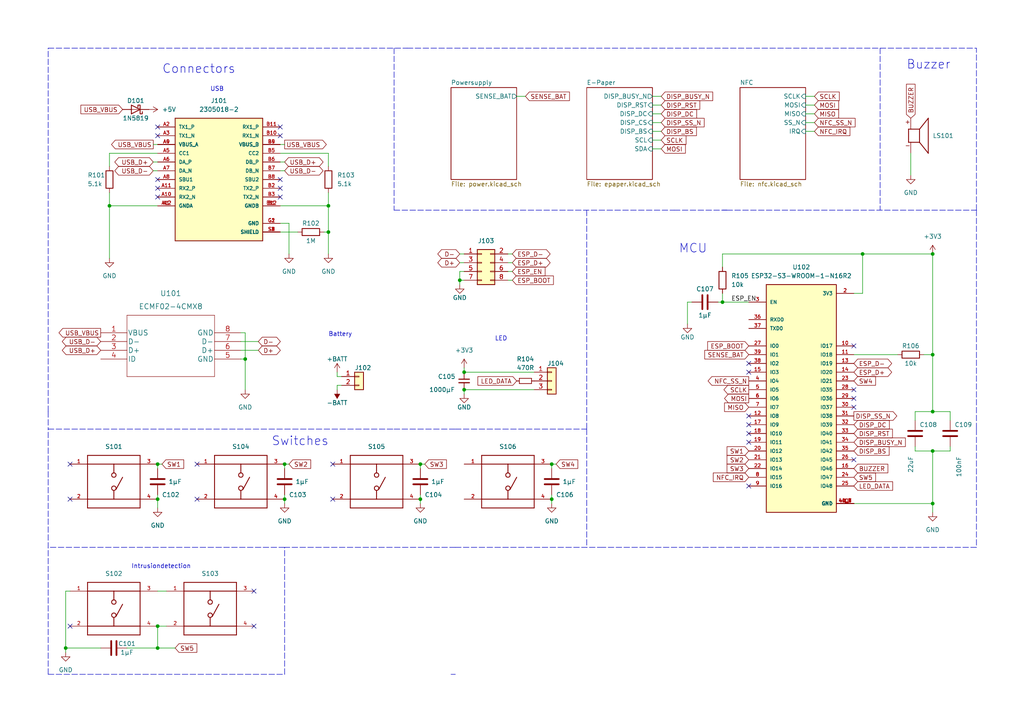
<source format=kicad_sch>
(kicad_sch (version 20211123) (generator eeschema)
  (paper "A4")
  (title_block (title "FabReader2") (date "2022-06-20") (rev "0.2") (company "RLKM UG (haftungsbeschränkt)") (comment 1 "Autoren: Joseph Langosch, Kai Kriegel"))
  (lib_symbols
    (symbol "2022-06-20_20-11-07:ECMF02-4CMX8" (pin_names (offset 0.254))
      (property "Reference" "U" (at 20.32 10.16 0))
      (property "Value" "ECMF02-4CMX8" (at 20.32 7.62 0))
      (symbol "ECMF02-4CMX8_1_1"
        (polyline (pts (xy 7.62 -12.7) (xy 33.02 -12.7)) (stroke (width 0.127)))
        (polyline (pts (xy 7.62 5.08) (xy 7.62 -12.7)) (stroke (width 0.127)))
        (polyline (pts (xy 33.02 -12.7) (xy 33.02 5.08)) (stroke (width 0.127)))
        (polyline (pts (xy 33.02 5.08) (xy 7.62 5.08)) (stroke (width 0.127)))
        (pin power_in line (at 0 0 0) (length 7.62) (name "VBUS") (number "1"))
        (pin bidirectional line (at 0 -2.54 0) (length 7.62) (name "D-") (number "2"))
        (pin bidirectional line (at 0 -5.08 0) (length 7.62) (name "D+") (number "3"))
        (pin unspecified line (at 0 -7.62 0) (length 7.62) (name "ID") (number "4"))
        (pin power_in line (at 40.64 -7.62 180) (length 7.62) (name "GND") (number "5"))
        (pin bidirectional line (at 40.64 -5.08 180) (length 7.62) (name "D+") (number "6"))
        (pin bidirectional line (at 40.64 -2.54 180) (length 7.62) (name "D-") (number "7"))
        (pin power_in line (at 40.64 0 180) (length 7.62) (name "GND") (number "8"))
      )
    )
    (symbol "2305018-2:2305018-2" (pin_names (offset 1.016))
      (property "Reference" "J" (at -12.7 18.0594 0))
      (property "Value" "2305018-2" (at -12.7 -20.3454 0))
      (symbol "2305018-2_0_0"
        (rectangle (start -12.7 -17.78) (end 12.7 17.78) (stroke (width 0.254)) (fill (type background)))
        (pin passive line (at -17.78 -7.62 0) (length 5.08) (name "GNDA") (number "A1"))
        (pin passive line (at -17.78 -5.08 0) (length 5.08) (name "RX2_N") (number "A10"))
        (pin passive line (at -17.78 -2.54 0) (length 5.08) (name "RX2_P") (number "A11"))
        (pin passive line (at -17.78 -7.62 0) (length 5.08) (name "GNDA") (number "A12"))
        (pin passive line (at -17.78 15.24 0) (length 5.08) (name "TX1_P") (number "A2"))
        (pin passive line (at -17.78 12.7 0) (length 5.08) (name "TX1_N") (number "A3"))
        (pin passive line (at -17.78 10.16 0) (length 5.08) (name "VBUS_A") (number "A4"))
        (pin passive line (at -17.78 7.62 0) (length 5.08) (name "CC1") (number "A5"))
        (pin passive line (at -17.78 5.08 0) (length 5.08) (name "DA_P") (number "A6"))
        (pin passive line (at -17.78 2.54 0) (length 5.08) (name "DA_N") (number "A7"))
        (pin passive line (at -17.78 0 0) (length 5.08) (name "SBU1") (number "A8"))
        (pin passive line (at -17.78 10.16 0) (length 5.08) (name "VBUS_A") (number "A9"))
        (pin passive line (at 17.78 -7.62 180) (length 5.08) (name "GNDB") (number "B1"))
        (pin passive line (at 17.78 12.7 180) (length 5.08) (name "RX1_N") (number "B10"))
        (pin passive line (at 17.78 15.24 180) (length 5.08) (name "RX1_P") (number "B11"))
        (pin passive line (at 17.78 -7.62 180) (length 5.08) (name "GNDB") (number "B12"))
        (pin passive line (at 17.78 -2.54 180) (length 5.08) (name "TX2_P") (number "B2"))
        (pin passive line (at 17.78 -5.08 180) (length 5.08) (name "TX2_N") (number "B3"))
        (pin passive line (at 17.78 10.16 180) (length 5.08) (name "VBUS_B") (number "B4"))
        (pin passive line (at 17.78 7.62 180) (length 5.08) (name "CC2") (number "B5"))
        (pin passive line (at 17.78 5.08 180) (length 5.08) (name "DB_P") (number "B6"))
        (pin passive line (at 17.78 2.54 180) (length 5.08) (name "DB_N") (number "B7"))
        (pin passive line (at 17.78 0 180) (length 5.08) (name "SBU2") (number "B8"))
        (pin passive line (at 17.78 10.16 180) (length 5.08) (name "VBUS_B") (number "B9"))
        (pin power_in line (at 17.78 -12.7 180) (length 5.08) (name "GND") (number "G1"))
        (pin power_in line (at 17.78 -12.7 180) (length 5.08) (name "GND") (number "G2"))
        (pin power_in line (at 17.78 -15.24 180) (length 5.08) (name "SHIELD") (number "S1"))
        (pin power_in line (at 17.78 -15.24 180) (length 5.08) (name "SHIELD") (number "S2"))
        (pin power_in line (at 17.78 -15.24 180) (length 5.08) (name "SHIELD") (number "S3"))
        (pin power_in line (at 17.78 -15.24 180) (length 5.08) (name "SHIELD") (number "S4"))
      )
    )
    (symbol "CMI-9705-0380-SMT-TR:CMI-9705-0380-SMT-TR" (pin_numbers hide) (pin_names (offset 1.016) hide)
      (property "Reference" "LS" (at -1.27 6.35 0))
      (property "Value" "CMI-9705-0380-SMT-TR" (at -1.27 -8.255 0))
      (symbol "CMI-9705-0380-SMT-TR_0_0"
        (polyline (pts (xy -3.175 -1.905) (xy -2.54 -1.905)) (stroke (width 0.254)))
        (polyline (pts (xy -3.175 1.905) (xy -3.175 -1.905)) (stroke (width 0.254)))
        (polyline (pts (xy -3.175 1.905) (xy -2.54 1.905)) (stroke (width 0.254)))
        (polyline (pts (xy -2.54 -2.54) (xy -2.54 -1.905)) (stroke (width 0.1524)))
        (polyline (pts (xy -2.54 -1.905) (xy 0 -1.905)) (stroke (width 0.254)))
        (polyline (pts (xy -2.54 1.905) (xy 0 1.905)) (stroke (width 0.254)))
        (polyline (pts (xy -2.54 2.54) (xy -2.54 1.905)) (stroke (width 0.1524)))
        (polyline (pts (xy 0 -1.905) (xy 0 1.905)) (stroke (width 0.254)))
        (polyline (pts (xy 0 -1.905) (xy 2.54 -5.08)) (stroke (width 0.254)))
        (polyline (pts (xy 0 1.905) (xy 2.54 5.08)) (stroke (width 0.254)))
        (polyline (pts (xy 2.54 -5.08) (xy 2.54 5.08)) (stroke (width 0.254)))
        (text "+" (at -4.318 3.302 0) (effects (font (size 1.27 1.27)) (justify left bottom)))
        (text "-" (at -4.318 -3.556 0) (effects (font (size 1.27 1.27)) (justify left bottom)))
        (pin passive line (at -2.54 -5.08 90) (length 2.54) (name "~") (number "N"))
        (pin passive line (at -2.54 5.08 270) (length 2.54) (name "~") (number "P"))
      )
    )
    (symbol "Connector_Generic:Conn_01x02" (pin_names (offset 1.016) hide)
      (property "Reference" "J" (at 0 2.54 0))
      (property "Value" "Conn_01x02" (at 0 -5.08 0))
      (symbol "Conn_01x02_1_1"
        (rectangle (start -1.27 -2.413) (end 0 -2.667) (stroke (width 0.1524)))
        (rectangle (start -1.27 0.127) (end 0 -0.127) (stroke (width 0.1524)))
        (rectangle (start -1.27 1.27) (end 1.27 -3.81) (stroke (width 0.254)) (fill (type background)))
        (pin passive line (at -5.08 0 0) (length 3.81) (name "Pin_1") (number "1"))
        (pin passive line (at -5.08 -2.54 0) (length 3.81) (name "Pin_2") (number "2"))
      )
    )
    (symbol "Connector_Generic:Conn_01x03" (pin_names (offset 1.016) hide)
      (property "Reference" "J" (at 0 5.08 0))
      (property "Value" "Conn_01x03" (at 0 -5.08 0))
      (symbol "Conn_01x03_1_1"
        (rectangle (start -1.27 -2.413) (end 0 -2.667) (stroke (width 0.1524)))
        (rectangle (start -1.27 0.127) (end 0 -0.127) (stroke (width 0.1524)))
        (rectangle (start -1.27 2.667) (end 0 2.413) (stroke (width 0.1524)))
        (rectangle (start -1.27 3.81) (end 1.27 -3.81) (stroke (width 0.254)) (fill (type background)))
        (pin passive line (at -5.08 2.54 0) (length 3.81) (name "Pin_1") (number "1"))
        (pin passive line (at -5.08 0 0) (length 3.81) (name "Pin_2") (number "2"))
        (pin passive line (at -5.08 -2.54 0) (length 3.81) (name "Pin_3") (number "3"))
      )
    )
    (symbol "Connector_Generic:Conn_02x04_Odd_Even" (pin_names (offset 1.016) hide)
      (property "Reference" "J" (at 1.27 5.08 0))
      (property "Value" "Conn_02x04_Odd_Even" (at 1.27 -7.62 0))
      (symbol "Conn_02x04_Odd_Even_1_1"
        (rectangle (start -1.27 -4.953) (end 0 -5.207) (stroke (width 0.1524)))
        (rectangle (start -1.27 -2.413) (end 0 -2.667) (stroke (width 0.1524)))
        (rectangle (start -1.27 0.127) (end 0 -0.127) (stroke (width 0.1524)))
        (rectangle (start -1.27 2.667) (end 0 2.413) (stroke (width 0.1524)))
        (rectangle (start -1.27 3.81) (end 3.81 -6.35) (stroke (width 0.254)) (fill (type background)))
        (rectangle (start 3.81 -4.953) (end 2.54 -5.207) (stroke (width 0.1524)))
        (rectangle (start 3.81 -2.413) (end 2.54 -2.667) (stroke (width 0.1524)))
        (rectangle (start 3.81 0.127) (end 2.54 -0.127) (stroke (width 0.1524)))
        (rectangle (start 3.81 2.667) (end 2.54 2.413) (stroke (width 0.1524)))
        (pin passive line (at -5.08 2.54 0) (length 3.81) (name "Pin_1") (number "1"))
        (pin passive line (at 7.62 2.54 180) (length 3.81) (name "Pin_2") (number "2"))
        (pin passive line (at -5.08 0 0) (length 3.81) (name "Pin_3") (number "3"))
        (pin passive line (at 7.62 0 180) (length 3.81) (name "Pin_4") (number "4"))
        (pin passive line (at -5.08 -2.54 0) (length 3.81) (name "Pin_5") (number "5"))
        (pin passive line (at 7.62 -2.54 180) (length 3.81) (name "Pin_6") (number "6"))
        (pin passive line (at -5.08 -5.08 0) (length 3.81) (name "Pin_7") (number "7"))
        (pin passive line (at 7.62 -5.08 180) (length 3.81) (name "Pin_8") (number "8"))
      )
    )
    (symbol "Device:C" (pin_numbers hide) (pin_names (offset 0.254))
      (property "Reference" "C" (at 0.635 2.54 0))
      (property "Value" "C" (at 0.635 -2.54 0))
      (symbol "C_0_1"
        (polyline (pts (xy -2.032 -0.762) (xy 2.032 -0.762)) (stroke (width 0.508)))
        (polyline (pts (xy -2.032 0.762) (xy 2.032 0.762)) (stroke (width 0.508)))
      )
      (symbol "C_1_1"
        (pin passive line (at 0 3.81 270) (length 2.794) (name "~") (number "1"))
        (pin passive line (at 0 -3.81 90) (length 2.794) (name "~") (number "2"))
      )
    )
    (symbol "Device:C_Small" (pin_numbers hide) (pin_names (offset 0.254) hide)
      (property "Reference" "C" (at 0.254 1.778 0))
      (property "Value" "C_Small" (at 0.254 -2.032 0))
      (symbol "C_Small_0_1"
        (polyline (pts (xy -1.524 -0.508) (xy 1.524 -0.508)) (stroke (width 0.3302)))
        (polyline (pts (xy -1.524 0.508) (xy 1.524 0.508)) (stroke (width 0.3048)))
      )
      (symbol "C_Small_1_1"
        (pin passive line (at 0 2.54 270) (length 2.032) (name "~") (number "1"))
        (pin passive line (at 0 -2.54 90) (length 2.032) (name "~") (number "2"))
      )
    )
    (symbol "Device:R" (pin_numbers hide) (pin_names (offset 0))
      (property "Reference" "R" (at 2.032 0 90))
      (property "Value" "R" (at 0 0 90))
      (symbol "R_0_1"
        (rectangle (start -1.016 -2.54) (end 1.016 2.54) (stroke (width 0.254)))
      )
      (symbol "R_1_1"
        (pin passive line (at 0 3.81 270) (length 1.27) (name "~") (number "1"))
        (pin passive line (at 0 -3.81 90) (length 1.27) (name "~") (number "2"))
      )
    )
    (symbol "Device:R_Small" (pin_numbers hide) (pin_names (offset 0.254) hide)
      (property "Reference" "R" (at 0.762 0.508 0))
      (property "Value" "R_Small" (at 0.762 -1.016 0))
      (symbol "R_Small_0_1"
        (rectangle (start -0.762 1.778) (end 0.762 -1.778) (stroke (width 0.2032)))
      )
      (symbol "R_Small_1_1"
        (pin passive line (at 0 2.54 270) (length 0.762) (name "~") (number "1"))
        (pin passive line (at 0 -2.54 90) (length 0.762) (name "~") (number "2"))
      )
    )
    (symbol "Diode:1N5819" (pin_numbers hide) (pin_names (offset 1.016) hide)
      (property "Reference" "D" (at 0 2.54 0))
      (property "Value" "1N5819" (at 0 -2.54 0))
      (symbol "1N5819_0_1"
        (polyline (pts (xy 1.27 0) (xy -1.27 0)))
        (polyline (pts (xy 1.27 1.27) (xy 1.27 -1.27) (xy -1.27 0) (xy 1.27 1.27)) (stroke (width 0.254)))
        (polyline (pts (xy -1.905 0.635) (xy -1.905 1.27) (xy -1.27 1.27) (xy -1.27 -1.27) (xy -0.635 -1.27) (xy -0.635 -0.635)) (stroke (width 0.254)))
      )
      (symbol "1N5819_1_1"
        (pin passive line (at -3.81 0 0) (length 2.54) (name "K") (number "1"))
        (pin passive line (at 3.81 0 180) (length 2.54) (name "A") (number "2"))
      )
    )
    (symbol "ESP32-S3-WROOM-1-N16R2:ESP32-S3-WROOM-1-N16R2" (pin_names (offset 1.016))
      (property "Reference" "U" (at -10.16 34.1122 0))
      (property "Value" "ESP32-S3-WROOM-1-N16R2" (at -10.16 -35.56 0))
      (symbol "ESP32-S3-WROOM-1-N16R2_0_0"
        (rectangle (start -10.16 -33.02) (end 10.16 33.02) (stroke (width 0.254)) (fill (type background)))
        (pin power_in line (at 15.24 -30.48 180) (length 5.08) (name "GND") (number "1"))
        (pin bidirectional line (at 15.24 15.24 180) (length 5.08) (name "IO17") (number "10"))
        (pin bidirectional line (at 15.24 12.7 180) (length 5.08) (name "IO18") (number "11"))
        (pin bidirectional line (at -15.24 -5.08 0) (length 5.08) (name "IO8") (number "12"))
        (pin bidirectional line (at 15.24 10.16 180) (length 5.08) (name "IO19") (number "13"))
        (pin bidirectional line (at 15.24 7.62 180) (length 5.08) (name "IO20") (number "14"))
        (pin bidirectional line (at -15.24 7.62 0) (length 5.08) (name "IO3") (number "15"))
        (pin bidirectional line (at 15.24 -20.32 180) (length 5.08) (name "IO46") (number "16"))
        (pin bidirectional line (at -15.24 -7.62 0) (length 5.08) (name "IO9") (number "17"))
        (pin bidirectional line (at -15.24 -10.16 0) (length 5.08) (name "IO10") (number "18"))
        (pin bidirectional line (at -15.24 -12.7 0) (length 5.08) (name "IO11") (number "19"))
        (pin power_in line (at 15.24 30.48 180) (length 5.08) (name "3V3") (number "2"))
        (pin bidirectional line (at -15.24 -15.24 0) (length 5.08) (name "IO12") (number "20"))
        (pin bidirectional line (at -15.24 -17.78 0) (length 5.08) (name "IO13") (number "21"))
        (pin bidirectional line (at -15.24 -20.32 0) (length 5.08) (name "IO14") (number "22"))
        (pin bidirectional line (at 15.24 5.08 180) (length 5.08) (name "IO21") (number "23"))
        (pin bidirectional line (at 15.24 -22.86 180) (length 5.08) (name "IO47") (number "24"))
        (pin bidirectional line (at 15.24 -25.4 180) (length 5.08) (name "IO48") (number "25"))
        (pin bidirectional line (at 15.24 -17.78 180) (length 5.08) (name "IO45") (number "26"))
        (pin bidirectional line (at -15.24 15.24 0) (length 5.08) (name "IO0") (number "27"))
        (pin bidirectional line (at 15.24 2.54 180) (length 5.08) (name "IO35") (number "28"))
        (pin bidirectional line (at 15.24 0 180) (length 5.08) (name "IO36") (number "29"))
        (pin input line (at -15.24 27.94 0) (length 5.08) (name "EN") (number "3"))
        (pin bidirectional line (at 15.24 -2.54 180) (length 5.08) (name "IO37") (number "30"))
        (pin bidirectional line (at 15.24 -5.08 180) (length 5.08) (name "IO38") (number "31"))
        (pin bidirectional line (at 15.24 -7.62 180) (length 5.08) (name "IO39") (number "32"))
        (pin bidirectional line (at 15.24 -10.16 180) (length 5.08) (name "IO40") (number "33"))
        (pin bidirectional line (at 15.24 -12.7 180) (length 5.08) (name "IO41") (number "34"))
        (pin bidirectional line (at 15.24 -15.24 180) (length 5.08) (name "IO42") (number "35"))
        (pin bidirectional line (at -15.24 22.86 0) (length 5.08) (name "RXD0") (number "36"))
        (pin bidirectional line (at -15.24 20.32 0) (length 5.08) (name "TXD0") (number "37"))
        (pin bidirectional line (at -15.24 10.16 0) (length 5.08) (name "IO2") (number "38"))
        (pin bidirectional line (at -15.24 12.7 0) (length 5.08) (name "IO1") (number "39"))
        (pin bidirectional line (at -15.24 5.08 0) (length 5.08) (name "IO4") (number "4"))
        (pin power_in line (at 15.24 -30.48 180) (length 5.08) (name "GND") (number "40"))
        (pin power_in line (at 15.24 -30.48 180) (length 5.08) (name "GND") (number "41_1"))
        (pin power_in line (at 15.24 -30.48 180) (length 5.08) (name "GND") (number "41_2"))
        (pin power_in line (at 15.24 -30.48 180) (length 5.08) (name "GND") (number "41_3"))
        (pin power_in line (at 15.24 -30.48 180) (length 5.08) (name "GND") (number "41_4"))
        (pin power_in line (at 15.24 -30.48 180) (length 5.08) (name "GND") (number "41_5"))
        (pin power_in line (at 15.24 -30.48 180) (length 5.08) (name "GND") (number "41_6"))
        (pin power_in line (at 15.24 -30.48 180) (length 5.08) (name "GND") (number "41_7"))
        (pin power_in line (at 15.24 -30.48 180) (length 5.08) (name "GND") (number "41_8"))
        (pin power_in line (at 15.24 -30.48 180) (length 5.08) (name "GND") (number "41_9"))
        (pin bidirectional line (at -15.24 2.54 0) (length 5.08) (name "IO5") (number "5"))
        (pin bidirectional line (at -15.24 0 0) (length 5.08) (name "IO6") (number "6"))
        (pin bidirectional line (at -15.24 -2.54 0) (length 5.08) (name "IO7") (number "7"))
        (pin bidirectional line (at -15.24 -22.86 0) (length 5.08) (name "IO15") (number "8"))
        (pin bidirectional line (at -15.24 -25.4 0) (length 5.08) (name "IO16") (number "9"))
      )
    )
    (symbol "TS04-66-95-BK-260-SMT:TS04-66-95-BK-260-SMT" (pin_names (offset 1.016) hide)
      (property "Reference" "S" (at -7.62 8.382 0))
      (property "Value" "TS04-66-95-BK-260-SMT" (at -7.62 -8.382 0))
      (symbol "TS04-66-95-BK-260-SMT_0_0"
        (circle (center 0 -1.905) (radius 0.635) (stroke (width 0.254)))
        (polyline (pts (xy -7.62 -7.62) (xy 7.62 -7.62)) (stroke (width 0.254)))
        (polyline (pts (xy -7.62 -5.08) (xy -7.62 -7.62)) (stroke (width 0.254)))
        (polyline (pts (xy -7.62 5.08) (xy -7.62 -5.08)) (stroke (width 0.254)))
        (polyline (pts (xy -7.62 7.62) (xy -7.62 5.08)) (stroke (width 0.254)))
        (polyline (pts (xy 0 -5.08) (xy -7.62 -5.08)) (stroke (width 0.254)))
        (polyline (pts (xy 0 -5.08) (xy 7.62 -5.08)) (stroke (width 0.254)))
        (polyline (pts (xy 0 -2.54) (xy 0 -5.08)) (stroke (width 0.254)))
        (polyline (pts (xy 0 5.08) (xy -7.62 5.08)) (stroke (width 0.254)))
        (polyline (pts (xy 0 5.08) (xy 0 2.54)) (stroke (width 0.254)))
        (polyline (pts (xy 0 5.08) (xy 7.62 5.08)) (stroke (width 0.254)))
        (polyline (pts (xy 0.635 -2.2352) (xy 2.54 1.27)) (stroke (width 0.254)))
        (polyline (pts (xy 7.62 -7.62) (xy 7.62 -5.08)) (stroke (width 0.254)))
        (polyline (pts (xy 7.62 -5.08) (xy 7.62 5.08)) (stroke (width 0.254)))
        (polyline (pts (xy 7.62 5.08) (xy 7.62 7.62)) (stroke (width 0.254)))
        (polyline (pts (xy 7.62 7.62) (xy -7.62 7.62)) (stroke (width 0.254)))
        (circle (center 0 1.905) (radius 0.635) (stroke (width 0.254)))
        (pin passive line (at -12.7 5.08 0) (length 5.08) (name "~") (number "1"))
        (pin passive line (at -12.7 -5.08 0) (length 5.08) (name "~") (number "2"))
        (pin passive line (at 12.7 5.08 180) (length 5.08) (name "~") (number "3"))
        (pin passive line (at 12.7 -5.08 180) (length 5.08) (name "~") (number "4"))
      )
    )
    (symbol "power:+3V3" (power) (pin_names (offset 0))
      (property "Value" "+3V3" (at 0 3.556 0))
      (symbol "+3V3_0_1"
        (polyline (pts (xy -0.762 1.27) (xy 0 2.54)))
        (polyline (pts (xy 0 0) (xy 0 2.54)))
        (polyline (pts (xy 0 2.54) (xy 0.762 1.27)))
      )
      (symbol "+3V3_1_1"
        (pin power_in line (at 0 0 90) (length 0) hide (name "+3V3") (number "1"))
      )
    )
    (symbol "power:+5V" (power) (pin_names (offset 0))
      (property "Value" "+5V" (at 0 3.556 0))
      (symbol "+5V_0_1"
        (polyline (pts (xy -0.762 1.27) (xy 0 2.54)))
        (polyline (pts (xy 0 0) (xy 0 2.54)))
        (polyline (pts (xy 0 2.54) (xy 0.762 1.27)))
      )
      (symbol "+5V_1_1"
        (pin power_in line (at 0 0 90) (length 0) hide (name "+5V") (number "1"))
      )
    )
    (symbol "power:+BATT" (power) (pin_names (offset 0))
      (property "Value" "+BATT" (at 0 3.556 0))
      (symbol "+BATT_0_1"
        (polyline (pts (xy -0.762 1.27) (xy 0 2.54)))
        (polyline (pts (xy 0 0) (xy 0 2.54)))
        (polyline (pts (xy 0 2.54) (xy 0.762 1.27)))
      )
      (symbol "+BATT_1_1"
        (pin power_in line (at 0 0 90) (length 0) hide (name "+BATT") (number "1"))
      )
    )
    (symbol "power:-BATT" (power) (pin_names (offset 0))
      (property "Value" "-BATT" (at 0 3.556 0))
      (symbol "-BATT_0_1"
        (polyline (pts (xy 0 0) (xy 0 2.54)))
        (polyline (pts (xy 0.762 1.27) (xy -0.762 1.27) (xy 0 2.54) (xy 0.762 1.27)) (fill (type outline)))
      )
      (symbol "-BATT_1_1"
        (pin power_in line (at 0 0 90) (length 0) hide (name "-BATT") (number "1"))
      )
    )
    (symbol "power:GND" (power) (pin_names (offset 0))
      (property "Value" "GND" (at 0 -3.81 0))
      (symbol "GND_0_1"
        (polyline (pts (xy 0 0) (xy 0 -1.27) (xy 1.27 -1.27) (xy 0 -2.54) (xy -1.27 -1.27) (xy 0 -1.27)))
      )
      (symbol "GND_1_1"
        (pin power_in line (at 0 0 270) (length 0) hide (name "GND") (number "1"))
      )
    )
  )
  (junction (at 82.55 134.62))
  (junction (at 45.72 187.96))
  (junction (at 45.72 181.61))
  (junction (at 19.05 187.96))
  (junction (at 250.19 73.66))
  (junction (at 209.55 87.63))
  (junction (at 82.55 144.78))
  (junction (at 121.92 144.78))
  (junction (at 134.62 107.95))
  (junction (at 133.35 81.28))
  (junction (at 270.51 119.38))
  (junction (at 31.75 59.69))
  (junction (at 95.25 59.69))
  (junction (at 160.02 134.62))
  (junction (at 95.25 67.31))
  (junction (at 71.12 104.14))
  (junction (at 121.92 134.62))
  (junction (at 270.51 73.66))
  (junction (at 45.72 144.78))
  (junction (at 270.51 146.05))
  (junction (at 270.51 130.81))
  (junction (at 270.51 102.87))
  (junction (at 45.72 134.62))
  (junction (at 160.02 144.78))
  (junction (at 134.62 113.03))
  (no_connect (at 45.72 54.61))
  (no_connect (at 57.15 144.78))
  (no_connect (at 73.66 171.45))
  (no_connect (at 73.66 181.61))
  (no_connect (at 96.52 144.78))
  (no_connect (at 20.32 181.61))
  (no_connect (at 45.72 36.83))
  (no_connect (at 81.28 36.83))
  (no_connect (at 81.28 52.07))
  (no_connect (at 81.28 54.61))
  (no_connect (at 81.28 57.15))
  (no_connect (at 20.32 144.78))
  (no_connect (at 45.72 39.37))
  (no_connect (at 20.32 134.62))
  (no_connect (at 217.17 107.95))
  (no_connect (at 217.17 128.27))
  (no_connect (at 217.17 140.97))
  (no_connect (at 96.52 134.62))
  (no_connect (at 57.15 134.62))
  (no_connect (at 217.17 120.65))
  (no_connect (at 217.17 125.73))
  (no_connect (at 45.72 52.07))
  (no_connect (at 247.65 100.33))
  (no_connect (at 247.65 133.35))
  (no_connect (at 247.65 118.11))
  (no_connect (at 247.65 115.57))
  (no_connect (at 247.65 113.03))
  (no_connect (at 217.17 105.41))
  (no_connect (at 45.72 57.15))
  (no_connect (at 217.17 123.19))
  (no_connect (at 81.28 39.37))
  (wire (pts (xy 160.02 134.62) (xy 160.02 135.89)))
  (wire (pts (xy 44.45 49.53) (xy 45.72 49.53)))
  (wire (pts (xy 82.55 144.78) (xy 82.55 146.05)))
  (wire (pts (xy 189.23 43.18) (xy 191.77 43.18)))
  (wire (pts (xy 99.06 109.22) (xy 97.79 109.22)))
  (wire (pts (xy 82.55 134.62) (xy 83.82 134.62)))
  (wire (pts (xy 19.05 187.96) (xy 19.05 171.45)))
  (wire (pts (xy 209.55 73.66) (xy 250.19 73.66)))
  (wire (pts (xy 264.16 44.45) (xy 264.16 50.8)))
  (polyline (pts (xy 82.55 158.75) (xy 82.55 158.75)))
  (wire (pts (xy 121.92 134.62) (xy 121.92 135.89)))
  (wire (pts (xy 45.72 187.96) (xy 50.8 187.96)))
  (polyline (pts (xy 13.97 119.38) (xy 13.97 13.97)))
  (wire (pts (xy 95.25 48.26) (xy 95.25 44.45)))
  (wire (pts (xy 270.51 130.81) (xy 270.51 146.05)))
  (wire (pts (xy 69.85 104.14) (xy 71.12 104.14)))
  (wire (pts (xy 134.62 78.74) (xy 133.35 78.74)))
  (wire (pts (xy 233.68 27.94) (xy 236.22 27.94)))
  (polyline (pts (xy 195.58 60.96) (xy 210.82 60.96)))
  (wire (pts (xy 267.97 102.87) (xy 270.51 102.87)))
  (wire (pts (xy 149.86 27.94) (xy 152.4 27.94)))
  (wire (pts (xy 189.23 40.64) (xy 191.77 40.64)))
  (wire (pts (xy 233.68 38.1) (xy 236.22 38.1)))
  (wire (pts (xy 160.02 143.51) (xy 160.02 144.78)))
  (wire (pts (xy 189.23 35.56) (xy 191.77 35.56)))
  (wire (pts (xy 147.32 76.2) (xy 148.59 76.2)))
  (wire (pts (xy 160.02 134.62) (xy 161.29 134.62)))
  (polyline (pts (xy 170.18 60.96) (xy 170.18 124.46)))
  (wire (pts (xy 160.02 146.05) (xy 160.02 144.78)))
  (polyline (pts (xy 255.27 13.97) (xy 255.27 60.96)))
  (wire (pts (xy 121.92 143.51) (xy 121.92 144.78)))
  (wire (pts (xy 45.72 44.45) (xy 31.75 44.45)))
  (wire (pts (xy 147.32 73.66) (xy 148.59 73.66)))
  (wire (pts (xy 31.75 44.45) (xy 31.75 48.26)))
  (wire (pts (xy 133.35 73.66) (xy 134.62 73.66)))
  (polyline (pts (xy 13.97 195.58) (xy 13.97 124.46)))
  (wire (pts (xy 265.43 130.81) (xy 270.51 130.81)))
  (wire (pts (xy 209.55 77.47) (xy 209.55 73.66)))
  (wire (pts (xy 209.55 85.09) (xy 209.55 87.63)))
  (wire (pts (xy 270.51 130.81) (xy 275.59 130.81)))
  (wire (pts (xy 69.85 101.6) (xy 74.93 101.6)))
  (wire (pts (xy 83.82 64.77) (xy 81.28 64.77)))
  (polyline (pts (xy 209.55 60.96) (xy 210.82 60.96)))
  (wire (pts (xy 189.23 38.1) (xy 191.77 38.1)))
  (wire (pts (xy 270.51 146.05) (xy 270.51 148.59)))
  (polyline (pts (xy 283.21 60.96) (xy 283.21 124.46)))
  (wire (pts (xy 147.32 81.28) (xy 148.59 81.28)))
  (wire (pts (xy 83.82 73.66) (xy 83.82 64.77)))
  (wire (pts (xy 31.75 59.69) (xy 45.72 59.69)))
  (wire (pts (xy 275.59 130.81) (xy 275.59 129.54)))
  (wire (pts (xy 31.75 55.88) (xy 31.75 59.69)))
  (wire (pts (xy 19.05 171.45) (xy 20.32 171.45)))
  (wire (pts (xy 71.12 104.14) (xy 71.12 113.03)))
  (wire (pts (xy 133.35 78.74) (xy 133.35 81.28)))
  (wire (pts (xy 45.72 181.61) (xy 48.26 181.61)))
  (wire (pts (xy 209.55 87.63) (xy 217.17 87.63)))
  (wire (pts (xy 69.85 99.06) (xy 74.93 99.06)))
  (wire (pts (xy 270.51 119.38) (xy 275.59 119.38)))
  (polyline (pts (xy 283.21 158.75) (xy 173.99 158.75)))
  (wire (pts (xy 81.28 44.45) (xy 95.25 44.45)))
  (polyline (pts (xy 13.97 13.97) (xy 118.11 13.97)))
  (wire (pts (xy 134.62 107.95) (xy 154.94 107.95)))
  (polyline (pts (xy 13.97 195.58) (xy 82.55 195.58)))
  (polyline (pts (xy 130.81 195.58) (xy 132.08 195.58)))
  (wire (pts (xy 95.25 59.69) (xy 95.25 67.31)))
  (wire (pts (xy 45.72 134.62) (xy 45.72 135.89)))
  (wire (pts (xy 97.79 111.76) (xy 97.79 113.03)))
  (wire (pts (xy 199.39 87.63) (xy 200.66 87.63)))
  (polyline (pts (xy 82.55 195.58) (xy 82.55 158.75)))
  (wire (pts (xy 265.43 119.38) (xy 270.51 119.38)))
  (wire (pts (xy 121.92 146.05) (xy 121.92 144.78)))
  (wire (pts (xy 95.25 55.88) (xy 95.25 59.69)))
  (wire (pts (xy 189.23 27.94) (xy 191.77 27.94)))
  (wire (pts (xy 233.68 30.48) (xy 236.22 30.48)))
  (wire (pts (xy 45.72 144.78) (xy 45.72 147.32)))
  (wire (pts (xy 265.43 121.92) (xy 265.43 119.38)))
  (wire (pts (xy 81.28 46.99) (xy 82.55 46.99)))
  (wire (pts (xy 199.39 93.98) (xy 199.39 87.63)))
  (wire (pts (xy 45.72 134.62) (xy 46.99 134.62)))
  (polyline (pts (xy 132.08 158.75) (xy 82.55 158.75)))
  (polyline (pts (xy 118.11 13.97) (xy 283.21 13.97)))
  (wire (pts (xy 81.28 59.69) (xy 95.25 59.69)))
  (polyline (pts (xy 283.21 60.96) (xy 283.21 13.97)))
  (wire (pts (xy 44.45 46.99) (xy 45.72 46.99)))
  (wire (pts (xy 44.45 41.91) (xy 45.72 41.91)))
  (wire (pts (xy 82.55 134.62) (xy 82.55 135.89)))
  (polyline (pts (xy 13.97 119.38) (xy 13.97 124.46)))
  (wire (pts (xy 247.65 146.05) (xy 270.51 146.05)))
  (wire (pts (xy 69.85 96.52) (xy 71.12 96.52)))
  (wire (pts (xy 270.51 73.66) (xy 270.51 102.87)))
  (wire (pts (xy 250.19 73.66) (xy 270.51 73.66)))
  (wire (pts (xy 81.28 49.53) (xy 82.55 49.53)))
  (wire (pts (xy 250.19 85.09) (xy 247.65 85.09)))
  (polyline (pts (xy 283.21 124.46) (xy 283.21 158.75)))
  (wire (pts (xy 134.62 114.3) (xy 134.62 113.03)))
  (polyline (pts (xy 114.3 124.46) (xy 132.08 124.46)))
  (wire (pts (xy 233.68 35.56) (xy 236.22 35.56)))
  (polyline (pts (xy 13.97 124.46) (xy 114.3 124.46)))
  (wire (pts (xy 19.05 189.23) (xy 19.05 187.96)))
  (wire (pts (xy 121.92 134.62) (xy 123.19 134.62)))
  (wire (pts (xy 189.23 30.48) (xy 191.77 30.48)))
  (polyline (pts (xy 114.3 13.97) (xy 114.3 60.96)))
  (wire (pts (xy 265.43 129.54) (xy 265.43 130.81)))
  (wire (pts (xy 81.28 67.31) (xy 86.36 67.31)))
  (wire (pts (xy 45.72 181.61) (xy 45.72 187.96)))
  (wire (pts (xy 133.35 81.28) (xy 134.62 81.28)))
  (wire (pts (xy 250.19 73.66) (xy 250.19 85.09)))
  (wire (pts (xy 97.79 109.22) (xy 97.79 107.95)))
  (wire (pts (xy 82.55 143.51) (xy 82.55 144.78)))
  (wire (pts (xy 270.51 102.87) (xy 270.51 119.38)))
  (wire (pts (xy 189.23 33.02) (xy 191.77 33.02)))
  (wire (pts (xy 31.75 59.69) (xy 31.75 74.93)))
  (wire (pts (xy 19.05 187.96) (xy 29.21 187.96)))
  (polyline (pts (xy 210.82 60.96) (xy 283.21 60.96)))
  (polyline (pts (xy 170.18 124.46) (xy 170.18 158.75)))
  (wire (pts (xy 134.62 107.95) (xy 134.62 106.68)))
  (polyline (pts (xy 114.3 60.96) (xy 195.58 60.96)))
  (wire (pts (xy 233.68 33.02) (xy 236.22 33.02)))
  (wire (pts (xy 275.59 121.92) (xy 275.59 119.38)))
  (wire (pts (xy 147.32 78.74) (xy 148.59 78.74)))
  (wire (pts (xy 36.83 187.96) (xy 45.72 187.96)))
  (wire (pts (xy 45.72 171.45) (xy 48.26 171.45)))
  (polyline (pts (xy 132.08 124.46) (xy 170.18 124.46)))
  (wire (pts (xy 45.72 143.51) (xy 45.72 144.78)))
  (wire (pts (xy 99.06 111.76) (xy 97.79 111.76)))
  (wire (pts (xy 133.35 76.2) (xy 134.62 76.2)))
  (wire (pts (xy 208.28 87.63) (xy 209.55 87.63)))
  (polyline (pts (xy 82.55 158.75) (xy 13.97 158.75)))
  (wire (pts (xy 95.25 67.31) (xy 95.25 73.66)))
  (polyline (pts (xy 132.08 158.75) (xy 173.99 158.75)))
  (wire (pts (xy 71.12 96.52) (xy 71.12 104.14)))
  (wire (pts (xy 134.62 113.03) (xy 154.94 113.03)))
  (wire (pts (xy 260.35 102.87) (xy 247.65 102.87)))
  (wire (pts (xy 133.35 82.55) (xy 133.35 81.28)))
  (wire (pts (xy 81.28 41.91) (xy 82.55 41.91)))
  (wire (pts (xy 93.98 67.31) (xy 95.25 67.31)))
  (text "Buzzer" (at 262.89 20.32 0) (effects (font (size 2.54 2.54)) (justify left bottom)))
  (text "LED" (at 143.51 99.06 0) (effects (font (size 1.27 1.27)) (justify left bottom)))
  (text "USB" (at 60.96 26.67 0) (effects (font (size 1.27 1.27)) (justify left bottom)))
  (text "Battery" (at 95.25 97.79 0) (effects (font (size 1.27 1.27)) (justify left bottom)))
  (text "Intrusiondetection" (at 38.1 165.1 0) (effects (font (size 1.27 1.27)) (justify left bottom)))
  (text "Connectors" (at 46.99 21.59 0) (effects (font (size 2.54 2.54)) (justify left bottom)))
  (text "MCU" (at 196.85 73.66 0) (effects (font (size 2.54 2.54)) (justify left bottom)))
  (text "Switches" (at 78.74 129.54 0) (effects (font (size 2.54 2.54)) (justify left bottom)))
  (label "ESP_EN" (at 212.09 87.63 0))
  (global_label "SCLK" (shape input) (at 236.22 27.94 0) (property "Intersheet References" "${INTERSHEET_REFS}" (effects hide)))
  (global_label "SENSE_BAT" (shape input) (at 152.4 27.94 0) (property "Intersheet References" "${INTERSHEET_REFS}" (effects hide)))
  (global_label "ESP_EN" (shape input) (at 148.59 78.74 0) (property "Intersheet References" "${INTERSHEET_REFS}" (effects hide)))
  (global_label "DISP_SS_N" (shape output) (at 247.65 120.65 0) (property "Intersheet References" "${INTERSHEET_REFS}" (effects hide)))
  (global_label "SCLK" (shape output) (at 217.17 113.03 180) (property "Intersheet References" "${INTERSHEET_REFS}" (effects hide)))
  (global_label "SW3" (shape input) (at 123.19 134.62 0) (property "Intersheet References" "${INTERSHEET_REFS}" (effects hide)))
  (global_label "ESP_D+" (shape bidirectional) (at 148.59 76.2 0) (property "Intersheet References" "${INTERSHEET_REFS}" (effects hide)))
  (global_label "SW2" (shape input) (at 217.17 133.35 180) (property "Intersheet References" "${INTERSHEET_REFS}" (effects hide)))
  (global_label "USB_VBUS" (shape output) (at 44.45 41.91 180) (property "Intersheet References" "${INTERSHEET_REFS}" (effects hide)))
  (global_label "USB_D+" (shape bidirectional) (at 82.55 46.99 0) (property "Intersheet References" "${INTERSHEET_REFS}" (effects hide)))
  (global_label "DISP_RST" (shape input) (at 247.65 125.73 0) (property "Intersheet References" "${INTERSHEET_REFS}" (effects hide)))
  (global_label "SW4" (shape input) (at 247.65 110.49 0) (property "Intersheet References" "${INTERSHEET_REFS}" (effects hide)))
  (global_label "SW5" (shape input) (at 50.8 187.96 0) (property "Intersheet References" "${INTERSHEET_REFS}" (effects hide)))
  (global_label "DISP_DC" (shape input) (at 191.77 33.02 0) (property "Intersheet References" "${INTERSHEET_REFS}" (effects hide)))
  (global_label "SW5" (shape input) (at 247.65 138.43 0) (property "Intersheet References" "${INTERSHEET_REFS}" (effects hide)))
  (global_label "MOSI" (shape output) (at 217.17 115.57 180) (property "Intersheet References" "${INTERSHEET_REFS}" (effects hide)))
  (global_label "USB_VBUS" (shape output) (at 29.21 96.52 180) (property "Intersheet References" "${INTERSHEET_REFS}" (effects hide)))
  (global_label "SW4" (shape input) (at 161.29 134.62 0) (property "Intersheet References" "${INTERSHEET_REFS}" (effects hide)))
  (global_label "DISP_DC" (shape input) (at 247.65 123.19 0) (property "Intersheet References" "${INTERSHEET_REFS}" (effects hide)))
  (global_label "NFC_SS_N" (shape input) (at 236.22 35.56 0) (property "Intersheet References" "${INTERSHEET_REFS}" (effects hide)))
  (global_label "SW3" (shape input) (at 217.17 135.89 180) (property "Intersheet References" "${INTERSHEET_REFS}" (effects hide)))
  (global_label "LED_DATA" (shape input) (at 247.65 140.97 0) (property "Intersheet References" "${INTERSHEET_REFS}" (effects hide)))
  (global_label "DISP_BUSY_N" (shape input) (at 247.65 128.27 0) (property "Intersheet References" "${INTERSHEET_REFS}" (effects hide)))
  (global_label "NFC_SS_N" (shape output) (at 217.17 110.49 180) (property "Intersheet References" "${INTERSHEET_REFS}" (effects hide)))
  (global_label "MOSI" (shape input) (at 191.77 43.18 0) (property "Intersheet References" "${INTERSHEET_REFS}" (effects hide)))
  (global_label "ESP_D-" (shape bidirectional) (at 148.59 73.66 0) (property "Intersheet References" "${INTERSHEET_REFS}" (effects hide)))
  (global_label "BUZZER" (shape input) (at 247.65 135.89 0) (property "Intersheet References" "${INTERSHEET_REFS}" (effects hide)))
  (global_label "D+" (shape bidirectional) (at 74.93 101.6 0) (property "Intersheet References" "${INTERSHEET_REFS}" (effects hide)))
  (global_label "DISP_BS" (shape input) (at 191.77 38.1 0) (property "Intersheet References" "${INTERSHEET_REFS}" (effects hide)))
  (global_label "DISP_BS" (shape input) (at 247.65 130.81 0) (property "Intersheet References" "${INTERSHEET_REFS}" (effects hide)))
  (global_label "SENSE_BAT" (shape input) (at 217.17 102.87 180) (property "Intersheet References" "${INTERSHEET_REFS}" (effects hide)))
  (global_label "NFC_IRQ" (shape input) (at 236.22 38.1 0) (property "Intersheet References" "${INTERSHEET_REFS}" (effects hide)))
  (global_label "USB_D-" (shape bidirectional) (at 82.55 49.53 0) (property "Intersheet References" "${INTERSHEET_REFS}" (effects hide)))
  (global_label "LED_DATA" (shape input) (at 149.86 110.49 180) (property "Intersheet References" "${INTERSHEET_REFS}" (effects hide)))
  (global_label "DISP_BUSY_N" (shape input) (at 191.77 27.94 0) (property "Intersheet References" "${INTERSHEET_REFS}" (effects hide)))
  (global_label "ESP_BOOT" (shape input) (at 148.59 81.28 0) (property "Intersheet References" "${INTERSHEET_REFS}" (effects hide)))
  (global_label "DISP_SS_N" (shape input) (at 191.77 35.56 0) (property "Intersheet References" "${INTERSHEET_REFS}" (effects hide)))
  (global_label "MOSI" (shape input) (at 236.22 30.48 0) (property "Intersheet References" "${INTERSHEET_REFS}" (effects hide)))
  (global_label "ESP_D-" (shape bidirectional) (at 247.65 105.41 0) (property "Intersheet References" "${INTERSHEET_REFS}" (effects hide)))
  (global_label "D-" (shape bidirectional) (at 133.35 73.66 180) (property "Intersheet References" "${INTERSHEET_REFS}" (effects hide)))
  (global_label "USB_VBUS" (shape input) (at 35.56 31.75 180) (property "Intersheet References" "${INTERSHEET_REFS}" (effects hide)))
  (global_label "NFC_IRQ" (shape input) (at 217.17 138.43 180) (property "Intersheet References" "${INTERSHEET_REFS}" (effects hide)))
  (global_label "BUZZER" (shape input) (at 264.16 34.29 90) (property "Intersheet References" "${INTERSHEET_REFS}" (effects hide)))
  (global_label "DISP_RST" (shape input) (at 191.77 30.48 0) (property "Intersheet References" "${INTERSHEET_REFS}" (effects hide)))
  (global_label "MISO" (shape input) (at 217.17 118.11 180) (property "Intersheet References" "${INTERSHEET_REFS}" (effects hide)))
  (global_label "USB_D-" (shape bidirectional) (at 29.21 99.06 180) (property "Intersheet References" "${INTERSHEET_REFS}" (effects hide)))
  (global_label "D-" (shape bidirectional) (at 74.93 99.06 0) (property "Intersheet References" "${INTERSHEET_REFS}" (effects hide)))
  (global_label "USB_D-" (shape bidirectional) (at 44.45 49.53 180) (property "Intersheet References" "${INTERSHEET_REFS}" (effects hide)))
  (global_label "USB_VBUS" (shape output) (at 82.55 41.91 0) (property "Intersheet References" "${INTERSHEET_REFS}" (effects hide)))
  (global_label "MISO" (shape input) (at 236.22 33.02 0) (property "Intersheet References" "${INTERSHEET_REFS}" (effects hide)))
  (global_label "SW1" (shape input) (at 217.17 130.81 180) (property "Intersheet References" "${INTERSHEET_REFS}" (effects hide)))
  (global_label "ESP_BOOT" (shape input) (at 217.17 100.33 180) (property "Intersheet References" "${INTERSHEET_REFS}" (effects hide)))
  (global_label "USB_D+" (shape bidirectional) (at 44.45 46.99 180) (property "Intersheet References" "${INTERSHEET_REFS}" (effects hide)))
  (global_label "D+" (shape bidirectional) (at 133.35 76.2 180) (property "Intersheet References" "${INTERSHEET_REFS}" (effects hide)))
  (global_label "USB_D+" (shape bidirectional) (at 29.21 101.6 180) (property "Intersheet References" "${INTERSHEET_REFS}" (effects hide)))
  (global_label "SW1" (shape input) (at 46.99 134.62 0) (property "Intersheet References" "${INTERSHEET_REFS}" (effects hide)))
  (global_label "SW2" (shape input) (at 83.82 134.62 0) (property "Intersheet References" "${INTERSHEET_REFS}" (effects hide)))
  (global_label "ESP_D+" (shape bidirectional) (at 247.65 107.95 0) (property "Intersheet References" "${INTERSHEET_REFS}" (effects hide)))
  (global_label "SCLK" (shape input) (at 191.77 40.64 0) (property "Intersheet References" "${INTERSHEET_REFS}" (effects hide)))
  (symbol (lib_id "power:GND") (at 83.82 73.66 0) (unit 1)
    (property "Reference" "#PWR0107" (effects hide))
    (property "Value" "GND" (at 83.82 78.74 0))
  )
  (symbol (lib_id "Device:R") (at 209.55 81.28 180) (unit 1)
    (property "Reference" "R105" (at 212.09 80.0099 0) (effects (justify right)))
    (property "Value" "10k" (at 212.09 82.5499 0) (effects (justify right)))
    (property "Footprint" "Resistor_SMD:R_0402_1005Metric" (effects hide))
    (property "Datasheet" "https://datasheet.lcsc.com/lcsc/1810241324_YAGEO-AC0402FR-0710KL_C144807.pdf" (effects hide))
    (property "MANUFACTURER" "YAGEO" (effects hide))
    (property "MPN" "RC0402JR-071KL" (effects hide))
  )
  (symbol (lib_id "power:+3V3") (at 270.51 73.66 0) (unit 1)
    (property "Reference" "#PWR0118" (effects hide))
    (property "Value" "+3V3" (at 270.51 68.58 0))
  )
  (symbol (lib_id "Device:R") (at 90.17 67.31 90) (unit 1)
    (property "Reference" "R102" (at 90.17 64.77 90))
    (property "Value" "1M" (at 90.17 69.85 90))
    (property "Footprint" "Resistor_SMD:R_0402_1005Metric" (effects hide))
    (property "Datasheet" "https://datasheet.lcsc.com/lcsc/1810241325_YAGEO-AC0402FR-071ML_C144787.pdf" (effects hide))
    (property "MANUFACTURER" "YAGEO" (effects hide))
    (property "MPN" "AC0402FR-071ML" (effects hide))
  )
  (symbol (lib_id "Device:C") (at 265.43 125.73 0) (unit 1)
    (property "Reference" "C108" (at 266.7 123.19 0) (effects (justify left)))
    (property "Value" "22uF" (at 264.16 137.16 90) (effects (justify left)))
    (property "Footprint" "Capacitor_SMD:C_0402_1005Metric" (effects hide))
    (property "Datasheet" "https://datasheet.lcsc.com/lcsc/1912111437_Murata-Electronics-GRM155R60J226ME11D_C415703.pdf" (effects hide))
    (property "MANUFACTURER" "Murata Electronics" (effects hide))
    (property "MPN" "GRM155R60J226ME11D" (effects hide))
    (property "Type" "X5R" (effects hide))
  )
  (symbol (lib_id "power:GND") (at 19.05 189.23 0) (unit 1)
    (property "Reference" "#PWR0101" (effects hide))
    (property "Value" "GND" (at 19.05 194.31 0))
  )
  (symbol (lib_id "power:GND") (at 82.55 146.05 0) (mirror y) (unit 1)
    (property "Reference" "#PWR0106" (effects hide))
    (property "Value" "GND" (at 82.55 151.13 0))
  )
  (symbol (lib_id "Device:R") (at 31.75 52.07 180) (unit 1)
    (property "Reference" "R101" (at 25.4 50.8 0) (effects (justify right)))
    (property "Value" "5.1k" (at 25.4 53.34 0) (effects (justify right)))
    (property "Footprint" "Resistor_SMD:R_0402_1005Metric" (effects hide))
    (property "Datasheet" "https://datasheet.lcsc.com/lcsc/1809201112_YAGEO-RC0402FR-075K1L_C105872.pdf" (effects hide))
    (property "MANUFACTURER" "YAGEO" (effects hide))
    (property "MPN" "RC0402FR-075K1L" (effects hide))
  )
  (symbol (lib_id "Device:C") (at 45.72 139.7 180) (unit 1)
    (property "Reference" "C102" (at 49.53 143.51 0))
    (property "Value" "1µF" (at 50.8 139.7 0))
    (property "Footprint" "Capacitor_SMD:C_0402_1005Metric" (effects hide))
    (property "Datasheet" "https://datasheet.lcsc.com/lcsc/1811081616_Murata-Electronics-GRM155R61E105KA12D_C77009.pdf" (effects hide))
    (property "MANUFACTURER" "Murata Electronics" (effects hide))
    (property "MPN" "GRM155R61E105KA12D" (effects hide))
    (property "Type" "X5R" (effects hide))
  )
  (symbol (lib_id "Device:C") (at 275.59 125.73 0) (unit 1)
    (property "Reference" "C109" (at 276.86 123.19 0) (effects (justify left)))
    (property "Value" "100nF" (at 278.13 138.43 90) (effects (justify left)))
    (property "Footprint" "Capacitor_SMD:C_0402_1005Metric" (effects hide))
    (property "Datasheet" "https://datasheet.lcsc.com/lcsc/2006151134_YAGEO-CC0402KRX5R5BB104_C541405.pdf" (effects hide))
    (property "MANUFACTURER" "YAGEO" (effects hide))
    (property "MPN" "CC0402KRX5R5BB104" (effects hide))
    (property "Type" "X5R" (effects hide))
  )
  (symbol (lib_id "Device:C") (at 33.02 187.96 90) (unit 1)
    (property "Reference" "C101" (at 36.83 186.69 90))
    (property "Value" "1µF" (at 36.83 189.23 90))
    (property "Footprint" "Capacitor_SMD:C_0402_1005Metric" (effects hide))
    (property "Datasheet" "https://datasheet.lcsc.com/lcsc/1811081616_Murata-Electronics-GRM155R61E105KA12D_C77009.pdf" (effects hide))
    (property "MANUFACTURER" "Murata Electronics" (effects hide))
    (property "MPN" "GRM155R61E105KA12D" (effects hide))
    (property "Type" "X5R" (effects hide))
  )
  (symbol (lib_id "Connector_Generic:Conn_01x02") (at 104.14 109.22 0) (unit 1)
    (property "Reference" "J102" (at 102.87 106.68 0) (effects (justify left)))
    (property "Value" "Conn_01x02" (effects hide))
    (property "Footprint" "Connector_JST:JST_PH_S2B-PH-SM4-TB_1x02-1MP_P2.00mm_Horizontal" (effects hide))
    (property "Datasheet" "https://datasheet.lcsc.com/lcsc/2102031704_JST-Sales-America-S2B-PH-SM4-TB-LF-SN_C295747.pdf" (effects hide))
    (property "MANUFACTURER" "JST Sales America" (effects hide))
    (property "MPN" "S2B-PH-SM4-TB(LF)(SN)" (effects hide))
  )
  (symbol (lib_id "Device:C") (at 82.55 139.7 180) (unit 1)
    (property "Reference" "C103" (at 86.36 143.51 0))
    (property "Value" "1µF" (at 87.63 139.7 0))
    (property "Footprint" "Capacitor_SMD:C_0402_1005Metric" (effects hide))
    (property "Datasheet" "https://datasheet.lcsc.com/lcsc/1811081616_Murata-Electronics-GRM155R61E105KA12D_C77009.pdf" (effects hide))
    (property "MANUFACTURER" "Murata Electronics" (effects hide))
    (property "MPN" "GRM155R61E105KA12D" (effects hide))
    (property "Type" "X5R" (effects hide))
  )
  (symbol (lib_id "power:GND") (at 160.02 146.05 0) (unit 1)
    (property "Reference" "#PWR0115" (effects hide))
    (property "Value" "GND" (at 160.02 151.13 0))
  )
  (symbol (lib_id "power:GND") (at 133.35 82.55 0) (unit 1)
    (property "Reference" "#PWR0112" (effects hide))
    (property "Value" "GND" (at 133.35 86.36 0))
  )
  (symbol (lib_id "power:GND") (at 31.75 74.93 0) (unit 1)
    (property "Reference" "#PWR0102" (effects hide))
    (property "Value" "GND" (at 31.75 80.01 0))
  )
  (symbol (lib_id "Device:R") (at 95.25 52.07 180) (unit 1)
    (property "Reference" "R103" (at 97.79 50.7999 0) (effects (justify right)))
    (property "Value" "5.1k" (at 97.79 53.3399 0) (effects (justify right)))
    (property "Footprint" "Resistor_SMD:R_0402_1005Metric" (effects hide))
    (property "Datasheet" "https://datasheet.lcsc.com/lcsc/1809201112_YAGEO-RC0402FR-075K1L_C105872.pdf" (effects hide))
    (property "MANUFACTURER" "YAGEO" (effects hide))
    (property "MPN" "RC0402FR-075K1L" (effects hide))
  )
  (symbol (lib_id "2305018-2:2305018-2") (at 63.5 52.07 0) (unit 1)
    (property "Reference" "J101" (at 63.5 29.21 0))
    (property "Value" "2305018-2" (at 63.5 31.75 0))
    (property "Footprint" "2305018-2:TE_2305018-2" (effects hide))
    (property "Datasheet" "https://datasheet.lcsc.com/lcsc/2112301030_TE-Connectivity-2305018-2_C498674.pdf" (effects hide))
    (property "Comment" "2305018-2" (effects hide))
    (property "MANUFACTURER" "TE Connectivity" (effects hide))
    (property "MPN" "2305018-2" (effects hide))
  )
  (symbol (lib_id "TS04-66-95-BK-260-SMT:TS04-66-95-BK-260-SMT") (at 33.02 139.7 0) (unit 1)
    (property "Reference" "S101" (at 33.02 129.54 0))
    (property "Value" "TS04-66-95-BK-260-SMT" (effects hide))
    (property "Footprint" "TS04-66-95-BK-260-SMT:SW_TS04-66-95-BK-260-SMT" (effects hide))
    (property "Datasheet" "https://www.cuidevices.com/product/resource/digikeypdf/ts04.pdf" (effects hide))
    (property "PARTREV" "1.0" (effects hide))
    (property "STANDARD" "Manufacturer Recommendations" (effects hide))
    (property "MANUFACTURER" "CUI Devices" (effects hide))
    (property "MPN" "TS04-66-95-BK-260-SMT" (effects hide))
  )
  (symbol (lib_id "Diode:1N5819") (at 39.37 31.75 180) (unit 1)
    (property "Reference" "D101" (at 39.37 29.21 0))
    (property "Value" "1N5819" (at 39.37 34.29 0))
    (property "Footprint" "Diode_SMD:D_SOD-123F" (effects hide))
    (property "Datasheet" "https://datasheet.lcsc.com/lcsc/1811121309_Diodes-Incorporated-1N5819HW-7-F_C82544.pdf" (effects hide))
    (property "MANUFACTURER" "Diodes Incorporated" (effects hide))
    (property "MPN" "1N5819HW-7-F" (effects hide))
  )
  (symbol (lib_id "TS04-66-95-BK-260-SMT:TS04-66-95-BK-260-SMT") (at 69.85 139.7 0) (unit 1)
    (property "Reference" "S104" (at 69.85 129.54 0))
    (property "Value" "TS04-66-95-BK-260-SMT" (effects hide))
    (property "Footprint" "TS04-66-95-BK-260-SMT:SW_TS04-66-95-BK-260-SMT" (effects hide))
    (property "Datasheet" "https://www.cuidevices.com/product/resource/digikeypdf/ts04.pdf" (effects hide))
    (property "PARTREV" "1.0" (effects hide))
    (property "STANDARD" "Manufacturer Recommendations" (effects hide))
    (property "MANUFACTURER" "CUI Devices" (effects hide))
    (property "MPN" "TS04-66-95-BK-260-SMT" (effects hide))
  )
  (symbol (lib_id "power:-BATT") (at 97.79 113.03 180) (unit 1)
    (property "Reference" "#PWR0110" (effects hide))
    (property "Value" "-BATT" (at 97.79 116.84 0))
  )
  (symbol (lib_id "power:+3V3") (at 134.62 106.68 0) (unit 1)
    (property "Reference" "#PWR0113" (effects hide))
    (property "Value" "+3V3" (at 134.62 101.6 0))
  )
  (symbol (lib_id "Device:C") (at 160.02 139.7 180) (unit 1)
    (property "Reference" "C106" (at 163.83 143.51 0))
    (property "Value" "1µF" (at 165.1 139.7 0))
    (property "Footprint" "Capacitor_SMD:C_0402_1005Metric" (effects hide))
    (property "Datasheet" "https://datasheet.lcsc.com/lcsc/1811081616_Murata-Electronics-GRM155R61E105KA12D_C77009.pdf" (effects hide))
    (property "MANUFACTURER" "Murata Electronics" (effects hide))
    (property "MPN" "GRM155R61E105KA12D" (effects hide))
    (property "Type" "X5R" (effects hide))
  )
  (symbol (lib_id "TS04-66-95-BK-260-SMT:TS04-66-95-BK-260-SMT") (at 109.22 139.7 0) (unit 1)
    (property "Reference" "S105" (at 109.22 129.54 0))
    (property "Value" "TS04-66-95-BK-260-SMT" (effects hide))
    (property "Footprint" "TS04-66-95-BK-260-SMT:SW_TS04-66-95-BK-260-SMT" (effects hide))
    (property "Datasheet" "https://www.cuidevices.com/product/resource/digikeypdf/ts04.pdf" (effects hide))
    (property "PARTREV" "1.0" (effects hide))
    (property "STANDARD" "Manufacturer Recommendations" (effects hide))
    (property "MANUFACTURER" "CUI Devices" (effects hide))
    (property "MPN" "TS04-66-95-BK-260-SMT" (effects hide))
  )
  (symbol (lib_id "Device:C_Small") (at 134.62 110.49 0) (unit 1)
    (property "Reference" "C105" (at 127 109.22 0) (effects (justify left)))
    (property "Value" "1000µF" (at 124.46 113.03 0) (effects (justify left)))
    (property "Footprint" "Capacitor_SMD:CP_Elec_8x10" (effects hide))
    (property "Datasheet" "https://datasheet.lcsc.com/lcsc/2202252130_ROQANG-RVT0J102M0810_C72471.pdf" (effects hide))
    (property "MANUFACTURER" "ROQANG" (effects hide))
    (property "MPN" "RVT0J102M0810" (effects hide))
    (property "Type" "Al ElKo" (effects hide))
  )
  (symbol (lib_id "power:GND") (at 134.62 114.3 0) (unit 1)
    (property "Reference" "#PWR0114" (effects hide))
    (property "Value" "GND" (at 134.62 118.11 0))
  )
  (symbol (lib_id "power:GND") (at 199.39 93.98 0) (unit 1)
    (property "Reference" "#PWR0116" (effects hide))
    (property "Value" "GND" (at 199.39 97.79 0))
  )
  (symbol (lib_id "Device:R") (at 264.16 102.87 270) (mirror x) (unit 1)
    (property "Reference" "R106" (at 264.16 100.33 90))
    (property "Value" "10k" (at 264.16 105.41 90))
    (property "Footprint" "Resistor_SMD:R_0402_1005Metric" (effects hide))
    (property "Datasheet" "https://datasheet.lcsc.com/lcsc/1810241324_YAGEO-AC0402FR-0710KL_C144807.pdf" (effects hide))
    (property "MANUFACTURER" "YAGEO" (effects hide))
    (property "MPN" "RC0402JR-071KL" (effects hide))
  )
  (symbol (lib_id "Device:C") (at 121.92 139.7 180) (unit 1)
    (property "Reference" "C104" (at 125.73 143.51 0))
    (property "Value" "1µF" (at 127 139.7 0))
    (property "Footprint" "Capacitor_SMD:C_0402_1005Metric" (effects hide))
    (property "Datasheet" "https://datasheet.lcsc.com/lcsc/1811081616_Murata-Electronics-GRM155R61E105KA12D_C77009.pdf" (effects hide))
    (property "MANUFACTURER" "Murata Electronics" (effects hide))
    (property "MPN" "GRM155R61E105KA12D" (effects hide))
    (property "Type" "X5R" (effects hide))
  )
  (symbol (lib_id "TS04-66-95-BK-260-SMT:TS04-66-95-BK-260-SMT") (at 60.96 176.53 0) (unit 1)
    (property "Reference" "S103" (at 60.96 166.37 0))
    (property "Value" "TS04-66-95-BK-260-SMT" (effects hide))
    (property "Footprint" "TS04-66-95-BK-260-SMT:SW_TS04-66-95-BK-260-SMT" (effects hide))
    (property "Datasheet" "https://www.cuidevices.com/product/resource/digikeypdf/ts04.pdf" (effects hide))
    (property "PARTREV" "1.0" (effects hide))
    (property "STANDARD" "Manufacturer Recommendations" (effects hide))
    (property "MANUFACTURER" "CUI Devices" (effects hide))
    (property "MPN" "TS04-66-95-BK-260-SMT" (effects hide))
  )
  (symbol (lib_id "ESP32-S3-WROOM-1-N16R2:ESP32-S3-WROOM-1-N16R2") (at 232.41 115.57 0) (unit 1)
    (property "Reference" "U102" (at 232.41 77.47 0))
    (property "Value" "ESP32-S3-WROOM-1-N16R2" (at 232.41 80.01 0))
    (property "Footprint" "ESP32-S3-WROOM-1-N16R2:XCVR_ESP32-S3-WROOM-1-N16R2" (effects hide))
    (property "MAXIMUM_PACKAGE_HEIGHT" "3.25mm" (effects hide))
    (property "PARTREV" "v1.0" (effects hide))
    (property "MANUFACTURER" "Espressif" (effects hide))
    (property "STANDARD" "Manufacturer Recommendations" (effects hide))
  )
  (symbol (lib_id "Device:R_Small") (at 152.4 110.49 90) (unit 1)
    (property "Reference" "R104" (at 152.4 104.14 90))
    (property "Value" "470R" (at 152.4 106.68 90))
    (property "Footprint" "Resistor_SMD:R_0402_1005Metric" (effects hide))
    (property "Datasheet" "https://datasheet.lcsc.com/lcsc/1810261420_YAGEO-RC0402FR-07470RL_C114877.pdf" (effects hide))
    (property "MANUFACTURER" "YAGEO" (effects hide))
    (property "MPN" "RC0402FR-07470RL" (effects hide))
  )
  (symbol (lib_id "power:GND") (at 95.25 73.66 0) (unit 1)
    (property "Reference" "#PWR0108" (effects hide))
    (property "Value" "GND" (at 95.25 78.74 0))
  )
  (symbol (lib_id "TS04-66-95-BK-260-SMT:TS04-66-95-BK-260-SMT") (at 33.02 176.53 0) (unit 1)
    (property "Reference" "S102" (at 33.02 166.37 0))
    (property "Value" "TS04-66-95-BK-260-SMT" (effects hide))
    (property "Footprint" "TS04-66-95-BK-260-SMT:SW_TS04-66-95-BK-260-SMT" (effects hide))
    (property "Datasheet" "https://www.cuidevices.com/product/resource/digikeypdf/ts04.pdf" (effects hide))
    (property "PARTREV" "1.0" (effects hide))
    (property "STANDARD" "Manufacturer Recommendations" (effects hide))
    (property "MANUFACTURER" "CUI Devices" (effects hide))
    (property "MPN" "TS04-66-95-BK-260-SMT" (effects hide))
  )
  (symbol (lib_id "power:+BATT") (at 97.79 107.95 0) (unit 1)
    (property "Reference" "#PWR0109" (effects hide))
    (property "Value" "+BATT" (at 97.79 104.14 0))
  )
  (symbol (lib_id "Device:C") (at 204.47 87.63 90) (unit 1)
    (property "Reference" "C107" (at 204.47 83.82 90))
    (property "Value" "1µF" (at 204.47 91.44 90))
    (property "Footprint" "Capacitor_SMD:C_0402_1005Metric" (effects hide))
    (property "Datasheet" "https://datasheet.lcsc.com/lcsc/1811081616_Murata-Electronics-GRM155R61E105KA12D_C77009.pdf" (effects hide))
    (property "MANUFACTURER" "Murata Electronics" (effects hide))
    (property "MPN" "GRM155R61E105KA12D" (effects hide))
    (property "Type" "X5R" (effects hide))
  )
  (symbol (lib_id "Connector_Generic:Conn_01x03") (at 160.02 110.49 0) (unit 1)
    (property "Reference" "J104" (at 158.75 105.41 0) (effects (justify left)))
    (property "Value" "Conn_01x03" (effects hide))
    (property "Footprint" "Connector_JST:JST_PH_S3B-PH-SM4-TB_1x03-1MP_P2.00mm_Horizontal" (effects hide))
    (property "Datasheet" "https://datasheet.lcsc.com/lcsc/1810261109_JST-Sales-America-S3B-PH-SM4-TB-LF-SN_C265101.pdf" (effects hide))
    (property "MANUFACTURER" "JST Sales America" (effects hide))
    (property "MPN" "S3B-PH-SM4-TB(LF)(SN)" (effects hide))
  )
  (symbol (lib_id "Connector_Generic:Conn_02x04_Odd_Even") (at 139.7 76.2 0) (unit 1)
    (property "Reference" "J103" (at 140.97 69.85 0))
    (property "Value" "Conn_02x04_Odd_Even" (effects hide))
    (property "Footprint" "Connector_PinHeader_2.54mm:PinHeader_2x04_P2.54mm_Vertical" (effects hide))
  )
  (symbol (lib_id "power:+5V") (at 43.18 31.75 270) (unit 1)
    (property "Reference" "#PWR0103" (effects hide))
    (property "Value" "+5V" (at 46.99 31.7499 90) (effects (justify left)))
  )
  (symbol (lib_id "power:GND") (at 45.72 147.32 0) (unit 1)
    (property "Reference" "#PWR0104" (effects hide))
    (property "Value" "GND" (at 45.72 152.4 0))
  )
  (symbol (lib_id "power:GND") (at 270.51 148.59 0) (unit 1)
    (property "Reference" "#PWR0119" (effects hide))
    (property "Value" "GND" (at 270.51 153.67 0))
  )
  (symbol (lib_id "CMI-9705-0380-SMT-TR:CMI-9705-0380-SMT-TR") (at 266.7 39.37 0) (unit 1)
    (property "Reference" "LS101" (at 270.51 39.37 0) (effects (justify left)))
    (property "Value" "CMI-9705-0380-SMT-TR" (effects hide))
    (property "Footprint" "CMI-9705-0380-SMT-TR:CUI_CMI-9705-0380-SMT-TR" (effects hide))
    (property "Datasheet" "https://www.cuidevices.com/product/resource/digikeypdf/cmi-9705-0380-smt-tr.pdf" (effects hide))
    (property "PARTREV" "1.0" (effects hide))
    (property "MANUFACTURER" "CUI Inc." (effects hide))
    (property "MAXIMUM_PACKAGE_HEIGHT" "5.2mm" (effects hide))
    (property "STANDARD" "Manufacturer Recommendations" (effects hide))
    (property "MPN" "CMI-9705-0380-SMT-TR" (effects hide))
  )
  (symbol (lib_id "power:GND") (at 264.16 50.8 0) (unit 1)
    (property "Reference" "#PWR0117" (effects hide))
    (property "Value" "GND" (at 264.16 55.88 0))
  )
  (symbol (lib_id "TS04-66-95-BK-260-SMT:TS04-66-95-BK-260-SMT") (at 147.32 139.7 0) (unit 1)
    (property "Reference" "S106" (at 147.32 129.54 0))
    (property "Value" "TS04-66-95-BK-260-SMT" (effects hide))
    (property "Footprint" "TS04-66-95-BK-260-SMT:SW_TS04-66-95-BK-260-SMT" (effects hide))
    (property "Datasheet" "https://www.cuidevices.com/product/resource/digikeypdf/ts04.pdf" (effects hide))
    (property "PARTREV" "1.0" (effects hide))
    (property "STANDARD" "Manufacturer Recommendations" (effects hide))
    (property "MANUFACTURER" "CUI Devices" (effects hide))
    (property "MPN" "TS04-66-95-BK-260-SMT" (effects hide))
  )
  (symbol (lib_id "power:GND") (at 71.12 113.03 0) (unit 1)
    (property "Reference" "#PWR0105" (effects hide))
    (property "Value" "GND" (at 71.12 118.11 0))
  )
  (symbol (lib_id "power:GND") (at 121.92 146.05 0) (unit 1)
    (property "Reference" "#PWR0111" (effects hide))
    (property "Value" "GND" (at 121.92 151.13 0))
  )
  (symbol (lib_id "2022-06-20_20-11-07:ECMF02-4CMX8") (at 29.21 96.52 0) (unit 1)
    (property "Reference" "U101" (at 49.53 85.09 0) (effects (font (size 1.524 1.524))))
    (property "Value" "ECMF02-4CMX8" (at 49.53 88.9 0) (effects (font (size 1.524 1.524))))
    (property "Footprint" "ecmf02-4cmx8:ECMF02-4CMX8" (effects hide))
    (property "Datasheet" "https://datasheet.lcsc.com/lcsc/2105241335_STMicroelectronics-ECMF02-4CMX8_C717678.pdf" (effects hide))
    (property "MANUFACTURER" "STMicroelectronics" (effects hide))
    (property "MPN" "ECMF02-4CMX8" (effects hide))
  )
  (sheet (at 214.63 25.4) (size 19.05 26.67) (stroke (width 0.1524))
    (property "Sheet name" "NFC" (at 214.63 24.6884 0) (effects (justify left bottom)))
    (property "Sheet file" "nfc.kicad_sch" (at 214.63 52.6546 0) (effects (justify left top)))
    (pin "SCLK" input (at 233.68 27.94 0))
    (pin "IRQ" input (at 233.68 38.1 0))
    (pin "MOSI" input (at 233.68 30.48 0))
    (pin "MISO" input (at 233.68 33.02 0))
    (pin "SS_N" input (at 233.68 35.56 0))
  )
  (sheet (at 170.18 25.4) (size 19.05 26.67) (stroke (width 0.1524))
    (property "Sheet name" "E-Paper" (at 170.18 24.6884 0) (effects (justify left bottom)))
    (property "Sheet file" "epaper.kicad_sch" (at 170.18 52.6546 0) (effects (justify left top)))
    (pin "DISP_BUSY_N" output (at 189.23 27.94 0))
    (pin "DISP_RST" input (at 189.23 30.48 0))
    (pin "DISP_DC" input (at 189.23 33.02 0))
    (pin "DISP_CS" input (at 189.23 35.56 0))
    (pin "DISP_BS" input (at 189.23 38.1 0))
    (pin "SCL" input (at 189.23 40.64 0))
    (pin "SDA" input (at 189.23 43.18 0))
  )
  (sheet (at 130.81 25.4) (size 19.05 26.67) (stroke (width 0.1524))
    (property "Sheet name" "Powersupply" (at 130.81 24.6884 0) (effects (justify left bottom)))
    (property "Sheet file" "power.kicad_sch" (at 130.81 52.6546 0) (effects (justify left top)))
    (pin "SENSE_BAT" output (at 149.86 27.94 0))
  )
)
</source>
